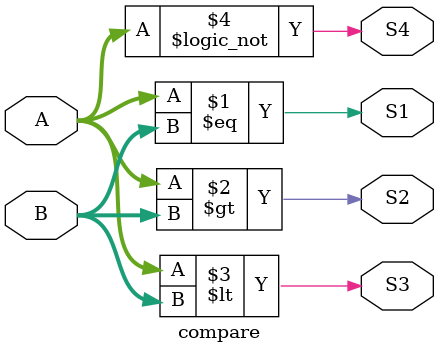
<source format=sv>
module compare(input logic [5:0] A, B, 
                        output logic  S1,S2,S3,S4);



				
									assign S1 = (A == B);

									assign S2 = (A > B);
									
									assign S3 = (A < B);
							
									assign S4 = (A == 6'b00000);
															



endmodule
</source>
